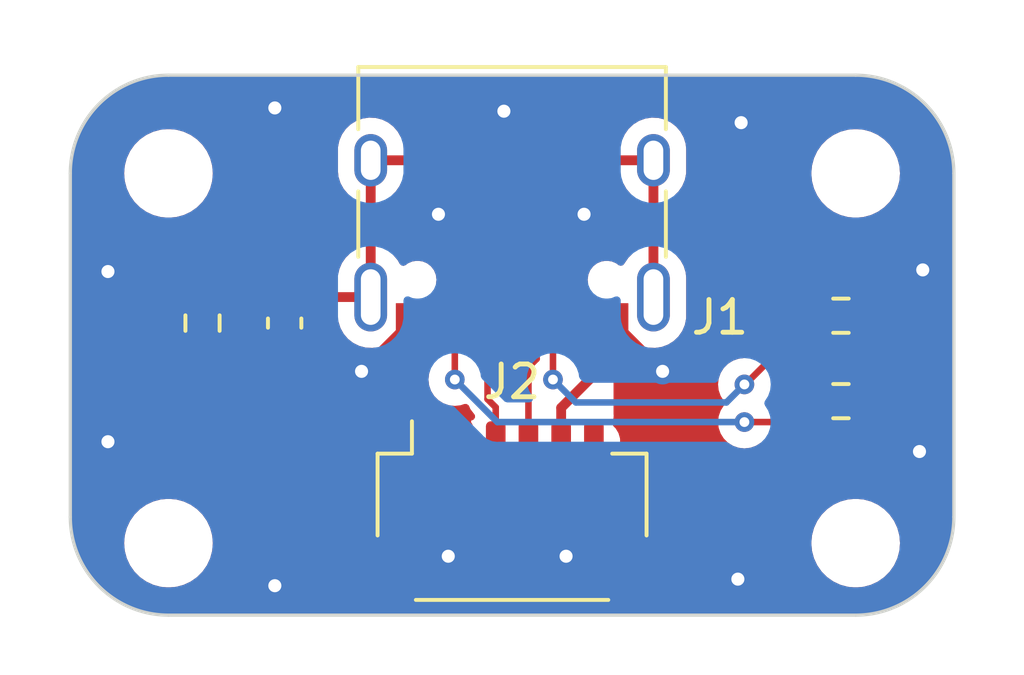
<source format=kicad_pcb>
(kicad_pcb (version 20240108) (generator "pcbnew") (generator_version "8.0")
  (layers (0 "F.Cu" signal) (31 "B.Cu" signal) (34 "B.Paste" user) (35 "F.Paste" user) (36 "B.SilkS" user "B.Silkscreen") (37 "F.SilkS" user "F.Silkscreen") (38 "B.Mask" user) (39 "F.Mask" user) (44 "Edge.Cuts" user))
  (net 0 "")
  (net 1 "GND")
  (net 2 "VBUS")
  (net 3 "Net-(J1-CC1)")
  (net 4 "/USB_D+")
  (net 5 "/USB_D-")
  (net 7 "Net-(J1-CC2)")
  (net 11 "Net-(J1-SHIELD)")
  (footprint "Connector_USB:USB_C_Receptacle_HRO_TYPE-C-31-M-12" (layer "F.Cu") (at 113.5 103.65 180)
    (property "Reference" "J1" (at -6.35 -3.75 0) (layer "F.SilkS"))
    (property "Value" "USB_C_Receptacle_USB2.0_16P")
    (fp_line (start 4.7 2) (end 4.7 3.9) (stroke (width 0.12)) (layer "F.SilkS"))
    (fp_line (start 4.7 -1.9) (end 4.7 0.1) (stroke (width 0.12)) (layer "F.SilkS"))
    (fp_line (start -4.7 3.9) (end 4.7 3.9) (stroke (width 0.12)) (layer "F.SilkS"))
    (fp_line (start -4.7 2) (end -4.7 3.9) (stroke (width 0.12)) (layer "F.SilkS"))
    (fp_line (start -4.7 -1.9) (end -4.7 0.1) (stroke (width 0.12)) (layer "F.SilkS"))
    (pad "" np_thru_hole circle (at -2.89 -2.6 180) (size 0.65 0.65) (drill 0.65) (layers "*.Cu" "*.Mask"))
    (pad "" np_thru_hole circle (at 2.89 -2.6 180) (size 0.65 0.65) (drill 0.65) (layers "*.Cu" "*.Mask"))
    (pad "A1" smd rect (at -3.25 -4.045 180) (size 0.6 1.45) (layers "F.Cu" "F.Paste" "F.Mask") (net 1 "GND"))
    (pad "A4" smd rect (at -2.45 -4.045 180) (size 0.6 1.45) (layers "F.Cu" "F.Paste" "F.Mask") (net 2 "VBUS"))
    (pad "A5" smd rect (at -1.25 -4.045 180) (size 0.3 1.45) (layers "F.Cu" "F.Paste" "F.Mask") (net 3 "Net-(J1-CC1)"))
    (pad "A6" smd rect (at -0.25 -4.045 180) (size 0.3 1.45) (layers "F.Cu" "F.Paste" "F.Mask") (net 4 "/USB_D+"))
    (pad "A7" smd rect (at 0.25 -4.045 180) (size 0.3 1.45) (layers "F.Cu" "F.Paste" "F.Mask") (net 5 "/USB_D-"))
    (pad "A8" smd rect (at 1.25 -4.045 180) (size 0.3 1.45) (layers "F.Cu" "F.Paste" "F.Mask"))
    (pad "A9" smd rect (at 2.45 -4.045 180) (size 0.6 1.45) (layers "F.Cu" "F.Paste" "F.Mask") (net 2 "VBUS"))
    (pad "A12" smd rect (at 3.25 -4.045 180) (size 0.6 1.45) (layers "F.Cu" "F.Paste" "F.Mask") (net 1 "GND"))
    (pad "B1" smd rect (at 3.25 -4.045 180) (size 0.6 1.45) (layers "F.Cu" "F.Paste" "F.Mask") (net 1 "GND"))
    (pad "B4" smd rect (at 2.45 -4.045 180) (size 0.6 1.45) (layers "F.Cu" "F.Paste" "F.Mask") (net 2 "VBUS"))
    (pad "B5" smd rect (at 1.75 -4.045 180) (size 0.3 1.45) (layers "F.Cu" "F.Paste" "F.Mask") (net 7 "Net-(J1-CC2)"))
    (pad "B6" smd rect (at 0.75 -4.045 180) (size 0.3 1.45) (layers "F.Cu" "F.Paste" "F.Mask") (net 4 "/USB_D+"))
    (pad "B7" smd rect (at -0.75 -4.045 180) (size 0.3 1.45) (layers "F.Cu" "F.Paste" "F.Mask") (net 5 "/USB_D-"))
    (pad "B8" smd rect (at -1.75 -4.045 180) (size 0.3 1.45) (layers "F.Cu" "F.Paste" "F.Mask"))
    (pad "B9" smd rect (at -2.45 -4.045 180) (size 0.6 1.45) (layers "F.Cu" "F.Paste" "F.Mask") (net 2 "VBUS"))
    (pad "B12" smd rect (at -3.25 -4.045 180) (size 0.6 1.45) (layers "F.Cu" "F.Paste" "F.Mask") (net 1 "GND"))
    (pad "S1" thru_hole oval (at -4.32 -3.13 180) (size 1 2.1) (drill oval 0.6 1.7) (layers "*.Cu" "*.Mask") (net 11 "Net-(J1-SHIELD)"))
    (pad "S1" thru_hole oval (at -4.32 1.05 180) (size 1 1.6) (drill oval 0.6 1.2) (layers "*.Cu" "*.Mask") (net 11 "Net-(J1-SHIELD)"))
    (pad "S1" thru_hole oval (at 4.32 -3.13 180) (size 1 2.1) (drill oval 0.6 1.7) (layers "*.Cu" "*.Mask") (net 11 "Net-(J1-SHIELD)"))
    (pad "S1" thru_hole oval (at 4.32 1.05 180) (size 1 1.6) (drill oval 0.6 1.2) (layers "*.Cu" "*.Mask") (net 11 "Net-(J1-SHIELD)"))
  )
  (footprint "MountingHole:MountingHole_2.2mm_M2" (layer "F.Cu") (at 124 103)
    (property "Reference" "H2" (hide yes))
    (property "Value" "MountingHole")
    (pad "" np_thru_hole circle (at 0 0) (size 2.2 2.2) (drill 2.2) (layers "*.Cu" "*.Mask"))
  )
  (footprint "Resistor_SMD:R_0603_1608Metric" (layer "F.Cu") (at 123.55 107.35)
    (property "Reference" "R3" (hide yes))
    (property "Value" "5.1k")
    (fp_line (start -0.237258 -0.5225) (end 0.237258 -0.5225) (stroke (width 0.12)) (layer "F.SilkS"))
    (fp_line (start -0.237258 0.5225) (end 0.237258 0.5225) (stroke (width 0.12)) (layer "F.SilkS"))
    (pad "1" smd roundrect (at -0.825 0) (size 0.8 0.95) (layers "F.Cu" "F.Paste" "F.Mask") (net 3 "Net-(J1-CC1)"))
    (pad "2" smd roundrect (at 0.825 0) (size 0.8 0.95) (layers "F.Cu" "F.Paste" "F.Mask") (net 1 "GND"))
  )
  (footprint "Connector_JST:JST_SH_SM06B-SRSS-TB_1x06-1MP_P1.00mm_Horizontal" (layer "F.Cu") (at 113.5 113.35)
    (property "Reference" "J2" (at 0 -3.98 0) (layer "F.SilkS"))
    (property "Value" "Conn_01x06_MountingPin")
    (fp_line (start -4.11 -1.785) (end -3.06 -1.785) (stroke (width 0.12)) (layer "F.SilkS"))
    (fp_line (start -4.11 0.715) (end -4.11 -1.785) (stroke (width 0.12)) (layer "F.SilkS"))
    (fp_line (start -3.06 -1.785) (end -3.06 -2.775) (stroke (width 0.12)) (layer "F.SilkS"))
    (fp_line (start -2.94 2.685) (end 2.94 2.685) (stroke (width 0.12)) (layer "F.SilkS"))
    (fp_line (start 4.11 -1.785) (end 3.06 -1.785) (stroke (width 0.12)) (layer "F.SilkS"))
    (fp_line (start 4.11 0.715) (end 4.11 -1.785) (stroke (width 0.12)) (layer "F.SilkS"))
    (pad "1" smd roundrect (at -2.5 -2) (size 0.6 1.55) (layers "F.Cu" "F.Paste" "F.Mask"))
    (pad "2" smd roundrect (at -1.5 -2) (size 0.6 1.55) (layers "F.Cu" "F.Paste" "F.Mask") (net 1 "GND"))
    (pad "3" smd roundrect (at -0.5 -2) (size 0.6 1.55) (layers "F.Cu" "F.Paste" "F.Mask") (net 4 "/USB_D+"))
    (pad "4" smd roundrect (at 0.5 -2) (size 0.6 1.55) (layers "F.Cu" "F.Paste" "F.Mask") (net 5 "/USB_D-"))
    (pad "5" smd roundrect (at 1.5 -2) (size 0.6 1.55) (layers "F.Cu" "F.Paste" "F.Mask") (net 2 "VBUS"))
    (pad "6" smd roundrect (at 2.5 -2) (size 0.6 1.55) (layers "F.Cu" "F.Paste" "F.Mask"))
    (pad "MP" smd roundrect (at -3.8 1.875) (size 1.2 1.8) (layers "F.Cu" "F.Paste" "F.Mask") (roundrect_rratio 0.208333) (net 1 "GND"))
    (pad "MP" smd roundrect (at 3.8 1.875) (size 1.2 1.8) (layers "F.Cu" "F.Paste" "F.Mask") (roundrect_rratio 0.208333) (net 1 "GND"))
  )
  (footprint "MountingHole:MountingHole_2.2mm_M2" (layer "F.Cu") (at 103 103)
    (property "Reference" "H1" (hide yes))
    (property "Value" "MountingHole")
    (pad "" np_thru_hole circle (at 0 0) (size 2.2 2.2) (drill 2.2) (layers "*.Cu" "*.Mask"))
  )
  (footprint "Capacitor_SMD:C_0603_1608Metric" (layer "F.Cu") (at 106.55 107.575 -90)
    (property "Reference" "C1" (hide yes))
    (property "Value" "100n")
    (fp_line (start -0.14058 0.51) (end 0.14058 0.51) (stroke (width 0.12)) (layer "F.SilkS"))
    (fp_line (start -0.14058 -0.51) (end 0.14058 -0.51) (stroke (width 0.12)) (layer "F.SilkS"))
    (pad "1" smd roundrect (at -0.775 0 270) (size 0.9 0.95) (layers "F.Cu" "F.Paste" "F.Mask") (net 11 "Net-(J1-SHIELD)"))
    (pad "2" smd roundrect (at 0.775 0 270) (size 0.9 0.95) (layers "F.Cu" "F.Paste" "F.Mask") (net 1 "GND"))
  )
  (footprint "Resistor_SMD:R_0603_1608Metric" (layer "F.Cu") (at 123.55 109.96)
    (property "Reference" "R2" (hide yes))
    (property "Value" "5.1k")
    (fp_line (start -0.237258 -0.5225) (end 0.237258 -0.5225) (stroke (width 0.12)) (layer "F.SilkS"))
    (fp_line (start -0.237258 0.5225) (end 0.237258 0.5225) (stroke (width 0.12)) (layer "F.SilkS"))
    (pad "1" smd roundrect (at -0.825 0) (size 0.8 0.95) (layers "F.Cu" "F.Paste" "F.Mask") (net 7 "Net-(J1-CC2)"))
    (pad "2" smd roundrect (at 0.825 0) (size 0.8 0.95) (layers "F.Cu" "F.Paste" "F.Mask") (net 1 "GND"))
  )
  (footprint "MountingHole:MountingHole_2.2mm_M2" (layer "F.Cu") (at 124 114.3)
    (property "Reference" "H4" (hide yes))
    (property "Value" "MountingHole")
    (pad "" np_thru_hole circle (at 0 0) (size 2.2 2.2) (drill 2.2) (layers "*.Cu" "*.Mask"))
  )
  (footprint "MountingHole:MountingHole_2.2mm_M2" (layer "F.Cu") (at 103 114.3)
    (property "Reference" "H3" (hide yes))
    (property "Value" "MountingHole")
    (pad "" np_thru_hole circle (at 0 0) (size 2.2 2.2) (drill 2.2) (layers "*.Cu" "*.Mask"))
  )
  (footprint "Resistor_SMD:R_0603_1608Metric" (layer "F.Cu") (at 104.04 107.575 -90)
    (property "Reference" "R1" (hide yes))
    (property "Value" "330")
    (fp_line (start -0.237258 0.5225) (end 0.237258 0.5225) (stroke (width 0.12)) (layer "F.SilkS"))
    (fp_line (start -0.237258 -0.5225) (end 0.237258 -0.5225) (stroke (width 0.12)) (layer "F.SilkS"))
    (pad "1" smd roundrect (at -0.825 0 270) (size 0.8 0.95) (layers "F.Cu" "F.Paste" "F.Mask") (net 11 "Net-(J1-SHIELD)"))
    (pad "2" smd roundrect (at 0.825 0 270) (size 0.8 0.95) (layers "F.Cu" "F.Paste" "F.Mask") (net 1 "GND"))
  )
  (gr_line (start 124 116.5) (end 103 116.5) (stroke (width 0.1)) (layer "Edge.Cuts"))
  (gr_arc (start 127 113.5) (mid 126.12132 115.62132) (end 124 116.5) (stroke (width 0.1)) (layer "Edge.Cuts"))
  (gr_arc (start 103 116.5) (mid 100.87868 115.62132) (end 100 113.5) (stroke (width 0.1)) (layer "Edge.Cuts"))
  (gr_arc (start 124 100) (mid 126.12132 100.87868) (end 127 103) (stroke (width 0.1)) (layer "Edge.Cuts"))
  (gr_arc (start 100 103) (mid 100.87868 100.87868) (end 103 100) (stroke (width 0.1)) (layer "Edge.Cuts"))
  (gr_line (start 103 100) (end 124 100) (stroke (width 0.1)) (layer "Edge.Cuts"))
  (gr_line (start 100 113.5) (end 100 103) (stroke (width 0.1)) (layer "Edge.Cuts"))
  (gr_line (start 127 103) (end 127 113.5) (stroke (width 0.1)) (layer "Edge.Cuts"))
  (segment (start 110.25 107.695) (end 110.25 107.7) (width 0.3) (layer "F.Cu") (net 1))
  (segment (start 116.75 107.695) (end 116.75 107.7) (width 0.3) (layer "F.Cu") (net 1))
  (segment (start 110.25 107.7) (end 108.9 109.05) (width 0.3) (layer "F.Cu") (net 1))
  (segment (start 116.75 107.7) (end 118.1 109.05) (width 0.3) (layer "F.Cu") (net 1))
  (via (at 113.25 101.1) (size 0.8) (drill 0.4) (layers "F.Cu" "B.Cu") (net 1))
  (via (at 108.9 109.05) (size 0.8) (drill 0.4) (layers "F.Cu" "B.Cu") (net 1))
  (via (at 111.25 104.25) (size 0.8) (drill 0.4) (layers "F.Cu" "B.Cu") (net 1))
  (via (at 126.05 105.95) (size 0.8) (drill 0.4) (layers "F.Cu" "B.Cu") (net 1))
  (via (at 115.7 104.25) (size 0.8) (drill 0.4) (layers "F.Cu" "B.Cu") (net 1))
  (via (at 111.55 114.7) (size 0.8) (drill 0.4) (layers "F.Cu" "B.Cu") (net 1))
  (via (at 101.15 111.2) (size 0.8) (drill 0.4) (layers "F.Cu" "B.Cu") (net 1))
  (via (at 118.1 109.05) (size 0.8) (drill 0.4) (layers "F.Cu" "B.Cu") (net 1))
  (via (at 120.5 101.45) (size 0.8) (drill 0.4) (layers "F.Cu" "B.Cu") (net 1))
  (via (at 115.15 114.7) (size 0.8) (drill 0.4) (layers "F.Cu" "B.Cu") (net 1))
  (via (at 101.15 106) (size 0.8) (drill 0.4) (layers "F.Cu" "B.Cu") (net 1))
  (via (at 106.25 101) (size 0.8) (drill 0.4) (layers "F.Cu" "B.Cu") (net 1))
  (via (at 125.95 111.5) (size 0.8) (drill 0.4) (layers "F.Cu" "B.Cu") (net 1))
  (via (at 120.4 115.4) (size 0.8) (drill 0.4) (layers "F.Cu" "B.Cu") (net 1))
  (via (at 106.25 115.6) (size 0.8) (drill 0.4) (layers "F.Cu" "B.Cu") (net 1))
  (segment (start 115 110.163738) (end 115.95 109.213738) (width 0.3) (layer "F.Cu") (net 2))
  (segment (start 115.95 109.213738) (end 115.95 107.695) (width 0.3) (layer "F.Cu") (net 2))
  (segment (start 115 111.338738) (end 115 111.675) (width 0.3) (layer "F.Cu") (net 2))
  (segment (start 115 111.35) (end 115 110.163738) (width 0.3) (layer "F.Cu") (net 2))
  (segment (start 114.75 109.3) (end 114.75 107.695) (width 0.2) (layer "F.Cu") (net 3))
  (segment (start 120.625 109.45) (end 122.725 107.35) (width 0.2) (layer "F.Cu") (net 3))
  (segment (start 120.6 109.45) (end 120.625 109.45) (width 0.2) (layer "F.Cu") (net 3))
  (via (at 114.75 109.3) (size 0.6) (drill 0.3) (layers "F.Cu" "B.Cu") (net 3))
  (via (at 120.6 109.45) (size 0.6) (drill 0.3) (layers "F.Cu" "B.Cu") (net 3))
  (segment (start 120.05 110) (end 120.6 109.45) (width 0.2) (layer "B.Cu") (net 3))
  (segment (start 115.45 110) (end 120.05 110) (width 0.2) (layer "B.Cu") (net 3))
  (segment (start 114.75 109.3) (end 115.45 110) (width 0.2) (layer "B.Cu") (net 3))
  (segment (start 113 111.35) (end 113 110.15) (width 0.2) (layer "F.Cu") (net 4))
  (segment (start 113 110.15) (end 112.75 109.9) (width 0.2) (layer "F.Cu") (net 4))
  (segment (start 113.53 106.5) (end 113.75 106.72) (width 0.2) (layer "F.Cu") (net 4))
  (segment (start 112.75 109.9) (end 112.75 107.695) (width 0.2) (layer "F.Cu") (net 4))
  (segment (start 112.75 106.72) (end 112.97 106.5) (width 0.2) (layer "F.Cu") (net 4))
  (segment (start 112.75 107.695) (end 112.75 106.72) (width 0.2) (layer "F.Cu") (net 4))
  (segment (start 112.97 106.5) (end 113.53 106.5) (width 0.2) (layer "F.Cu") (net 4))
  (segment (start 113.75 106.72) (end 113.75 107.695) (width 0.2) (layer "F.Cu") (net 4))
  (segment (start 114.02 108.9) (end 114 108.92) (width 0.2) (layer "F.Cu") (net 5))
  (segment (start 113.48 108.9) (end 114.02 108.9) (width 0.2) (layer "F.Cu") (net 5))
  (segment (start 114 108.92) (end 114 111.35) (width 0.2) (layer "F.Cu") (net 5))
  (segment (start 113.25 107.695) (end 113.25 108.67) (width 0.2) (layer "F.Cu") (net 5))
  (segment (start 113.25 108.67) (end 113.48 108.9) (width 0.2) (layer "F.Cu") (net 5))
  (segment (start 114.25 108.67) (end 114.25 107.695) (width 0.2) (layer "F.Cu") (net 5))
  (segment (start 114.02 108.9) (end 114.25 108.67) (width 0.2) (layer "F.Cu") (net 5))
  (segment (start 120.6 110.6) (end 122.085 110.6) (width 0.2) (layer "F.Cu") (net 7))
  (segment (start 122.085 110.6) (end 122.725 109.96) (width 0.2) (layer "F.Cu") (net 7))
  (segment (start 111.75 107.695) (end 111.75 109.3) (width 0.2) (layer "F.Cu") (net 7))
  (via (at 120.6 110.6) (size 0.6) (drill 0.3) (layers "F.Cu" "B.Cu") (net 7))
  (via (at 111.75 109.3) (size 0.6) (drill 0.3) (layers "F.Cu" "B.Cu") (net 7))
  (segment (start 113.05 110.6) (end 120.6 110.6) (width 0.2) (layer "B.Cu") (net 7))
  (segment (start 111.75 109.3) (end 113.05 110.6) (width 0.2) (layer "B.Cu") (net 7))
  (segment (start 117.82 106.78) (end 117.82 102.6) (width 0.3) (layer "F.Cu") (net 11))
  (segment (start 117.82 102.6) (end 109.18 102.6) (width 0.3) (layer "F.Cu") (net 11))
  (segment (start 106.55 106.8) (end 104.09 106.8) (width 0.3) (layer "F.Cu") (net 11))
  (segment (start 109.18 102.6) (end 109.18 106.78) (width 0.3) (layer "F.Cu") (net 11))
  (segment (start 104.09 106.8) (end 104.04 106.75) (width 0.3) (layer "F.Cu") (net 11))
  (segment (start 106.57 106.78) (end 106.55 106.8) (width 0.3) (layer "F.Cu") (net 11))
  (segment (start 109.18 106.78) (end 106.57 106.78) (width 0.3) (layer "F.Cu") (net 11))
  (zone (net 1) (net_name "GND") (layers "F&B.Cu") (connect_pads (clearance 0.5)) (min_thickness 0.25) (fill yes (thermal_gap 0.5) (thermal_bridge_width 0.5))
    (polygon (pts (xy 100 100) (xy 100 116.5) (xy 127 116.5) (xy 127 100)))
  )
)
</source>
